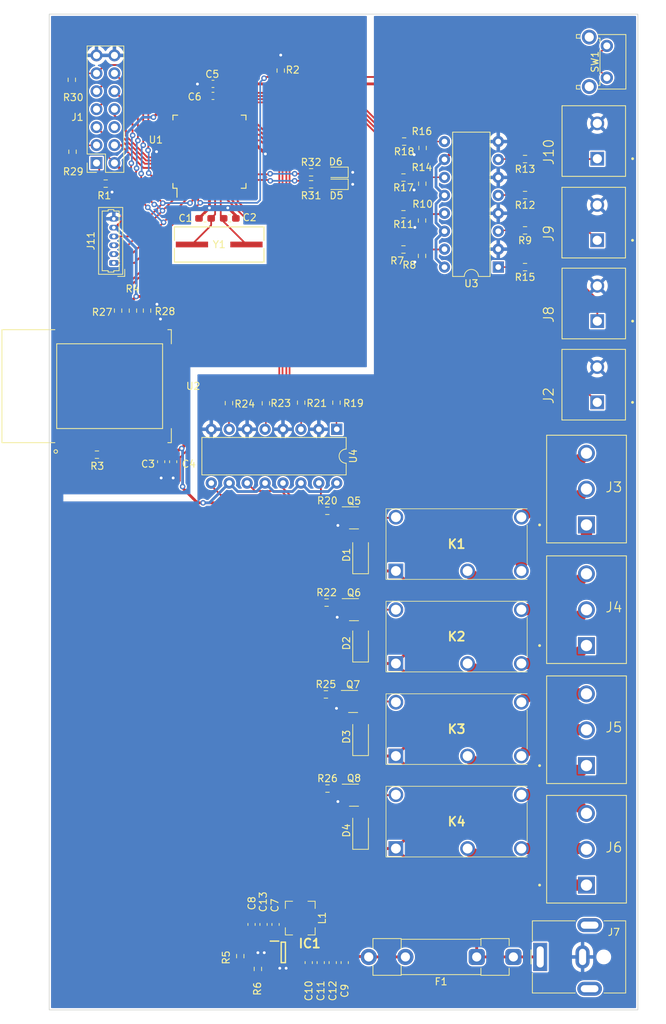
<source format=kicad_pcb>
(kicad_pcb (version 20221018) (generator pcbnew)
  (layers (0 "F.Cu" signal) (31 "B.Cu" signal) (34 "B.Paste" user) (35 "F.Paste" user) (36 "B.SilkS" user "B.Silkscreen") (37 "F.SilkS" user "F.Silkscreen") (38 "B.Mask" user) (39 "F.Mask" user) (44 "Edge.Cuts" user))
  (net 0 "")
  (net 1 "Net-(U1-XTAL2)")
  (net 2 "GND")
  (net 3 "Net-(U1-XTAL1)")
  (net 4 "VDD")
  (net 5 "Net-(IC1-SW)")
  (net 6 "Net-(IC1-CB)")
  (net 7 "Net-(IC1-EN)")
  (net 8 "+24V")
  (net 9 "Net-(D1-A)")
  (net 10 "Net-(D2-A)")
  (net 11 "Net-(D3-A)")
  (net 12 "Net-(D4-A)")
  (net 13 "Net-(D5-A)")
  (net 14 "Net-(D6-A)")
  (net 15 "Net-(IC1-FB)")
  (net 16 "/TRX_CE")
  (net 17 "/AM")
  (net 18 "/MISO")
  (net 19 "/SCK")
  (net 20 "/~{SS}")
  (net 21 "/MOSI")
  (net 22 "/DR")
  (net 23 "/CD")
  (net 24 "/RESET")
  (net 25 "/inputs_outputs/OUT1_COM")
  (net 26 "/inputs_outputs/OUT1_NC")
  (net 27 "/inputs_outputs/OUT1_NO")
  (net 28 "/inputs_outputs/OUT2_COM")
  (net 29 "/inputs_outputs/OUT2_NC")
  (net 30 "/inputs_outputs/OUT2_NO")
  (net 31 "/inputs_outputs/OUT3_COM")
  (net 32 "/inputs_outputs/OUT3_NC")
  (net 33 "/inputs_outputs/OUT3_NO")
  (net 34 "/inputs_outputs/OUT4_COM")
  (net 35 "/inputs_outputs/OUT4_NC")
  (net 36 "/inputs_outputs/OUT4_NO")
  (net 37 "Net-(Q5-B)")
  (net 38 "Net-(Q6-B)")
  (net 39 "Net-(Q7-B)")
  (net 40 "Net-(Q8-B)")
  (net 41 "Net-(U2-EN)")
  (net 42 "Net-(U2-IO15)")
  (net 43 "Net-(R7-Pad1)")
  (net 44 "/IN1")
  (net 45 "/inputs_outputs/IN2_I")
  (net 46 "Net-(R9-Pad2)")
  (net 47 "Net-(R10-Pad1)")
  (net 48 "/IN2")
  (net 49 "/inputs_outputs/IN3_I")
  (net 50 "Net-(R12-Pad2)")
  (net 51 "/inputs_outputs/IN4_I")
  (net 52 "Net-(R13-Pad2)")
  (net 53 "Net-(R14-Pad1)")
  (net 54 "/inputs_outputs/IN1_I")
  (net 55 "Net-(R15-Pad2)")
  (net 56 "Net-(R16-Pad1)")
  (net 57 "/IN3")
  (net 58 "/IN4")
  (net 59 "/OUT1")
  (net 60 "Net-(R19-Pad2)")
  (net 61 "Net-(R20-Pad1)")
  (net 62 "/OUT2")
  (net 63 "Net-(R21-Pad2)")
  (net 64 "Net-(R22-Pad1)")
  (net 65 "/OUT3")
  (net 66 "Net-(R23-Pad2)")
  (net 67 "/OUT4")
  (net 68 "Net-(R24-Pad2)")
  (net 69 "Net-(R25-Pad1)")
  (net 70 "Net-(R26-Pad1)")
  (net 71 "Net-(U2-IO0)")
  (net 72 "Net-(U2-IO2)")
  (net 73 "/STATUS_OK")
  (net 74 "/STATUS_ERROR")
  (net 75 "/RXD")
  (net 76 "/TXD")
  (net 77 "/~{ESP_RESET}")
  (net 103 "Net-(J1-Pin_1)")
  (net 104 "Net-(J1-Pin_3)")
  (footprint "LIB_PE014024:PE014024" (layer "F.Cu") (at 78.22 111.62)
    (fp_text reference "K1")
    (fp_text value "PE014024" hide)
  )
  (footprint "Package_TO_SOT_SMD:SOT-23" (layer "F.Cu") (at 72.1575 130.1)
    (fp_text reference "Q7")
    (fp_text value "MMBT3904")
  )
  (footprint "Resistor_SMD:R_0603_1608Metric_Pad0.98x0.95mm_HandSolder" (layer "F.Cu") (at 32.305 42.07 -90)
    (fp_text reference "R30")
    (fp_text value "10K")
  )
  (footprint "Resistor_SMD:R_0603_1608Metric_Pad0.98x0.95mm_HandSolder" (layer "F.Cu") (at 35.865 95.15 180)
    (fp_text reference "R3")
    (fp_text value "10K")
  )
  (footprint "Resistor_SMD:R_0603_1608Metric_Pad0.98x0.95mm_HandSolder" (layer "F.Cu") (at 79.3925 50.81 180)
    (fp_text reference "R18")
    (fp_text value "470R")
  )
  (footprint "Package_TO_SOT_SMD:SOT-23" (layer "F.Cu") (at 72.2825 117.1)
    (fp_text reference "Q6")
    (fp_text value "MMBT3904")
  )
  (footprint "Package_TO_SOT_SMD:SOT-23" (layer "F.Cu") (at 72.2825 143.37)
    (fp_text reference "Q8")
    (fp_text value "MMBT3904")
  )
  (footprint "Resistor_SMD:R_0603_1608Metric_Pad0.98x0.95mm_HandSolder" (layer "F.Cu") (at 66.205 55.17)
    (fp_text reference "R32")
    (fp_text value "100R")
  )
  (footprint "Diode_SMD:D_MiniMELF" (layer "F.Cu") (at 73.22 148.37 90)
    (fp_text reference "D4")
    (fp_text value "LL4148")
  )
  (footprint "LIB_TB001-500:CUI_TB001-500-P02BE" (layer "F.Cu") (at 106.7475 87.7425 90)
    (fp_text reference "J2")
    (fp_text value "Screw_Terminal_01x02")
  )
  (footprint "Resistor_SMD:R_0603_1608Metric_Pad0.98x0.95mm_HandSolder" (layer "F.Cu") (at 66.205 56.87)
    (fp_text reference "R31")
    (fp_text value "100R")
  )
  (footprint "Diode_SMD:D_MiniMELF" (layer "F.Cu") (at 73.22 109.35 90)
    (fp_text reference "D1")
    (fp_text value "LL4148")
  )
  (footprint "Resistor_SMD:R_0603_1608Metric_Pad0.98x0.95mm_HandSolder" (layer "F.Cu") (at 79.2925 55.91 180)
    (fp_text reference "R17")
    (fp_text value "470R")
  )
  (footprint "Fuse:Fuseholder_Clip-5x20mm_Littelfuse_445-030_Inline_P20.50x5.20mm_D1.30mm_Horizontal" (layer "F.Cu") (at 94.87 166.27 180)
    (fp_text reference "F1")
    (fp_text value "600mA")
  )
  (footprint "Capacitor_SMD:C_0603_1608Metric_Pad1.08x0.95mm_HandSolder" (layer "F.Cu") (at 54.685 61.69)
    (fp_text reference "C2")
    (fp_text value "22pF")
  )
  (footprint "LIB_TB010-508:CUI_TB010-508-03BE" (layer "F.Cu") (at 105.22 105.1 90)
    (fp_text reference "J3")
    (fp_text value "Screw_Terminal_01x03")
  )
  (footprint "Capacitor_SMD:C_0603_1608Metric_Pad1.08x0.95mm_HandSolder" (layer "F.Cu") (at 44.965 96.15 -90)
    (fp_text reference "C3")
    (fp_text value "1uF")
  )
  (footprint "Resistor_SMD:R_0603_1608Metric_Pad0.98x0.95mm_HandSolder" (layer "F.Cu") (at 68.3075 129.1)
    (fp_text reference "R25")
    (fp_text value "470R")
  )
  (footprint "LIB_LMR54406FDBVR:SOT95P280X145-6N" (layer "F.Cu") (at 62.27 165.63)
    (fp_text reference "IC1")
    (fp_text value "LMR54406FDBVR" hide)
  )
  (footprint "Package_TO_SOT_SMD:SOT-23" (layer "F.Cu") (at 72.2825 104.1)
    (fp_text reference "Q5")
    (fp_text value "MMBT3904")
  )
  (footprint "Resistor_SMD:R_0603_1608Metric_Pad0.98x0.95mm_HandSolder" (layer "F.Cu") (at 96.5175 68.59 180)
    (fp_text reference "R15")
    (fp_text value "470R")
  )
  (footprint "LIB_TB010-508:CUI_TB010-508-03BE" (layer "F.Cu") (at 105.22 122.18 90)
    (fp_text reference "J4")
    (fp_text value "Screw_Terminal_01x03")
  )
  (footprint "Diode_SMD:D_MiniMELF" (layer "F.Cu") (at 73.22 135.1 90)
    (fp_text reference "D3")
    (fp_text value "LL4148")
  )
  (footprint "LIB_PE014024:PE014024" (layer "F.Cu") (at 78.22 137.82)
    (fp_text reference "K3")
    (fp_text value "PE014024" hide)
  )
  (footprint "Resistor_SMD:R_0603_1608Metric_Pad0.98x0.95mm_HandSolder" (layer "F.Cu") (at 40.965 74.75 -90)
    (fp_text reference "R28")
    (fp_text value "10K")
  )
  (footprint "Resistor_SMD:R_0603_1608Metric_Pad0.98x0.95mm_HandSolder" (layer "F.Cu") (at 42.965 74.75 90)
    (fp_text reference "R4")
    (fp_text value "10K")
  )
  (footprint "Resistor_SMD:R_0603_1608Metric_Pad0.98x0.95mm_HandSolder" (layer "F.Cu") (at 96.5175 63.39 180)
    (fp_text reference "R9")
    (fp_text value "470R")
  )
  (footprint "Package_DIP:DIP-16_W7.62mm" (layer "F.Cu") (at 92.725 68.59 180)
    (fp_text reference "U3")
    (fp_text value "LTV-844")
  )
  (footprint "Connector_PinSocket_2.54mm:PinSocket_2x07_P2.54mm_Vertical" (layer "F.Cu") (at 35.805 53.85 180)
    (fp_text reference "J1")
    (fp_text value "Conn_02x07_Odd_Even")
  )
  (footprint "LIB_ESP8266-12E_ESP-12E:XCVR_ESP8266-12E_ESP-12E" (layer "F.Cu") (at 37.905 85.45 90)
    (fp_text reference "U2")
    (fp_text value "ESP8266-12E_ESP-12E")
  )
  (footprint "Package_QFP:TQFP-44_10x10mm_P0.8mm" (layer "F.Cu") (at 51.805 52.25 90)
    (fp_text reference "U1")
    (fp_text value "ATmega32A-A")
  )
  (footprint "Inductor_SMD:L_Bourns-SRN4018" (layer "F.Cu") (at 64.67 160.77 90)
    (fp_text reference "L1")
    (fp_text value "12uH")
  )
  (footprint "Resistor_SMD:R_0603_1608Metric_Pad0.98x0.95mm_HandSolder" (layer "F.Cu") (at 79.2925 66.095 180)
    (fp_text reference "R7")
    (fp_text value "470R")
  )
  (footprint "Resistor_SMD:R_0603_1608Metric_Pad0.98x0.95mm_HandSolder" (layer "F.Cu") (at 58.67 167.97 -90)
    (fp_text reference "R6")
    (fp_text value "22K1")
  )
  (footprint "Capacitor_SMD:C_0603_1608Metric_Pad1.08x0.95mm_HandSolder" (layer "F.Cu") (at 51.185 61.69 180)
    (fp_text reference "C1")
    (fp_text value "22pF")
  )
  (footprint "Resistor_SMD:R_0603_1608Metric_Pad0.98x0.95mm_HandSolder" (layer "F.Cu") (at 79.2925 61.11 180)
    (fp_text reference "R11")
    (fp_text value "470R")
  )
  (footprint "Resistor_SMD:R_0603_1608Metric_Pad0.98x0.95mm_HandSolder" (layer "F.Cu") (at 37.105 56.77)
    (fp_text reference "R1")
    (fp_text value "10K")
  )
  (footprint "Resistor_SMD:R_0603_1608Metric_Pad0.98x0.95mm_HandSolder" (layer "F.Cu") (at 68.505 103.1)
    (fp_text reference "R20")
    (fp_text value "470R")
  )
  (footprint "LIB_TB010-508:CUI_TB010-508-03BE" (layer "F.Cu") (at 105.22 139.18 90)
    (fp_text reference "J5")
    (fp_text value "Screw_Terminal_01x03")
  )
  (footprint "Resistor_SMD:R_0603_1608Metric_Pad0.98x0.95mm_HandSolder" (layer "F.Cu") (at 61.905 40.7575 90)
    (fp_text reference "R2")
    (fp_text value "10K")
  )
  (footprint "Resistor_SMD:R_0603_1608Metric_Pad0.98x0.95mm_HandSolder" (layer "F.Cu") (at 81.925 67.0075 -90)
    (fp_text reference "R8")
    (fp_text value "10K")
  )
  (footprint "Capacitor_SMD:C_0603_1608Metric_Pad1.08x0.95mm_HandSolder" (layer "F.Cu") (at 59.47 161.67 -90)
    (fp_text reference "C13")
    (fp_text value "10uF")
  )
  (footprint "Resistor_SMD:R_0603_1608Metric_Pad0.98x0.95mm_HandSolder" (layer "F.Cu") (at 38.865 74.75 -90)
    (fp_text reference "R27")
    (fp_text value "10K")
  )
  (footprint "Resistor_SMD:R_0603_1608Metric_Pad0.98x0.95mm_HandSolder" (layer "F.Cu") (at 32.405 52.2575 -90)
    (fp_text reference "R29")
    (fp_text value "10K")
  )
  (footprint "Package_DIP:DIP-16_W7.62mm" (layer "F.Cu") (at 69.845 91.55 -90)
    (fp_text reference "U4")
    (fp_text value "LTV-844")
  )
  (footprint "Capacitor_SMD:C_0603_1608Metric_Pad1.08x0.95mm_HandSolder" (layer "F.Cu") (at 70.97 167.07 -90)
    (fp_text reference "C9")
    (fp_text value "1uF")
  )
  (footprint "Resistor_SMD:R_0603_1608Metric_Pad0.98x0.95mm_HandSolder" (layer "F.Cu") (at 56.17 166.1575 -90)
    (fp_text reference "R5")
    (fp_text value "69K8")
  )
  (footprint "Capacitor_SMD:C_0603_1608Metric_Pad1.08x0.95mm_HandSolder" (layer "F.Cu") (at 57.77 161.67 -90)
    (fp_text reference "C8")
    (fp_text value "10uF")
  )
  (footprint "LIB_TB001-500:CUI_TB001-500-P02BE" (layer "F.Cu") (at 106.76125 76.2425 90)
    (fp_text reference "J8")
    (fp_text value "Screw_Terminal_01x02")
  )
  (footprint "Resistor_SMD:R_0603_1608Metric_Pad0.98x0.95mm_HandSolder" (layer "F.Cu") (at 81.95875 56.7825 -90)
    (fp_text reference "R14")
    (fp_text value "10K")
  )
  (footprint "Resistor_SMD:R_0603_1608Metric_Pad0.98x0.95mm_HandSolder" (layer "F.Cu") (at 69.8 87.7875 -90)
    (fp_text reference "R19")
    (fp_text value "470R")
  )
  (footprint "LIB_TB001-500:CUI_TB001-500-P02BE" (layer "F.Cu") (at 106.76125 53.2425 90)
    (fp_text reference "J10")
    (fp_text value "Screw_Terminal_01x02")
  )
  (footprint "Resistor_SMD:R_0603_1608Metric_Pad0.98x0.95mm_HandSolder" (layer "F.Cu") (at 96.5175 58.39 180)
    (fp_text reference "R12")
    (fp_text value "470R")
  )
  (footprint "Connector_BarrelJack:BarrelJack_CUI_PJ-063AH_Horizontal" (layer "F.Cu") (at 98.67 166.27 90)
    (fp_text reference "J7")
    (fp_text value "Barrel_Jack")
  )
  (footprint "Capacitor_SMD:C_0603_1608Metric_Pad1.08x0.95mm_HandSolder" (layer "F.Cu") (at 67.57 167.07 -90)
    (fp_text reference "C11")
    (fp_text value "1uF")
  )
  (footprint "LIB_CRYSTAL:XTAL_ABLS2_ABR" (layer "F.Cu") (at 53.185 65.39 180)
    (fp_text reference "Y1")
    (fp_text value "8MHz")
  )
  (footprint "Button_Switch_THT:SW_Tactile_SPST_Angled_PTS645Vx83-2LFS" (layer "F.Cu") (at 108.1075 37.27 -90)
    (fp_text reference "SW1")
    (fp_text value "SW_Push")
  )
  (footprint "Capacitor_SMD:C_0603_1608Metric_Pad1.08x0.95mm_HandSolder" (layer "F.Cu") (at 52.305 44.35 180)
    (fp_text reference "C5")
    (fp_text value "100nF")
  )
  (footprint "LIB_TB010-508:CUI_TB010-508-03BE" (layer "F.Cu") (at 105.22 156.1 90)
    (fp_text reference "J6")
    (fp_text value "Screw_Terminal_01x03")
  )
  (footprint "Connector_Molex:Molex_PicoBlade_53047-0610_1x06_P1.25mm_Vertical" (layer "F.Cu") (at 38.255 68 90)
    (fp_text reference "J11")
    (fp_text value "Conn_01x06")
  )
  (footprint "LED_SMD:LED_0603_1608Metric_Pad1.05x0.95mm_HandSolder" (layer "F.Cu") (at 69.805 56.87 180)
    (fp_text reference "D5")
    (fp_text value "LED")
  )
  (footprint "LIB_PE014024:PE014024" (layer "F.Cu") (at 78.22 150.92)
    (fp_text reference "K4")
    (fp_text value "PE014024" hide)
  )
  (footprint "LIB_TB001-500:CUI_TB001-500-P02BE" (layer "F.Cu") (at 106.7475 64.795 90)
    (fp_text reference "J9")
    (fp_text value "Screw_Terminal_01x02")
  )
  (footprint "Resistor_SMD:R_0603_1608Metric_Pad0.98x0.95mm_HandSolder" (layer "F.Cu") (at 68.53 142.43)
    (fp_text reference "R26")
    (fp_text value "470R")
  )
  (footprint "Resistor_SMD:R_0603_1608Metric_Pad0.98x0.95mm_HandSolder" (layer "F.Cu") (at 82.005 51.7225 -90)
    (fp_text reference "R16")
    (fp_text value "10K")
  )
  (footprint "Diode_SMD:D_MiniMELF" (layer "F.Cu") (at 73.22 121.85 90)
    (fp_text reference "D2")
    (fp_text value "LL4148")
  )
  (footprint "Capacitor_SMD:C_0603_1608Metric_Pad1.08x0.95mm_HandSolder" (layer "F.Cu") (at 61.17 161.67 -90)
    (fp_text reference "C7")
    (fp_text value "100nF")
  )
  (footprint "Resistor_SMD:R_0603_1608Metric_Pad0.98x0.95mm_HandSolder" (layer "F.Cu") (at 64.8 87.7875 -90)
    (fp_text reference "R21")
    (fp_text value "470R")
  )
  (footprint "Capacitor_SMD:C_0603_1608Metric_Pad1.08x0.95mm_HandSolder" (layer "F.Cu") (at 65.87 167.07 -90)
    (fp_text reference "C10")
    (fp_text value "100nF")
  )
  (footprint "Resistor_SMD:R_0603_1608Metric_Pad0.98x0.95mm_HandSolder" (layer "F.Cu") (at 54.57 87.85 -90)
    (fp_text reference "R24")
    (fp_text value "470R")
  )
  (footprint "LED_SMD:LED_0603_1608Metric_Pad1.05x0.95mm_HandSolder" (layer "F.Cu") (at 69.805 55.17 180)
    (fp_text reference "D6")
    (fp_text value "LED")
  )
  (footprint "Resistor_SMD:R_0603_1608Metric_Pad0.98x0.95mm_HandSolder" (layer "F.Cu") (at 81.925 61.995 -90)
    (fp_text reference "R10")
    (fp_text value "10K")
  )
  (footprint "LIB_PE014024:PE014024" (layer "F.Cu") (at 78.22 124.72)
    (fp_text reference "K2")
    (fp_text value "PE014024" hide)
  )
  (footprint "Resistor_SMD:R_0603_1608Metric_Pad0.98x0.95mm_HandSolder" (layer "F.Cu") (at 59.8 87.875 -90)
    (fp_text reference "R23")
    (fp_text value "470R")
  )
  (footprint "Resistor_SMD:R_0603_1608Metric_Pad0.98x0.95mm_HandSolder" (layer "F.Cu") (at 68.405 116.1)
    (fp_text reference "R22")
    (fp_text value "470R")
  )
  (footprint "Capacitor_SMD:C_0603_1608Metric_Pad1.08x0.95mm_HandSolder" (layer "F.Cu") (at 52.305 42.65 180)
    (fp_text reference "C6")
    (fp_text value "4.7uF")
  )
  (footprint "Capacitor_SMD:C_0603_1608Metric_Pad1.08x0.95mm_HandSolder" (layer "F.Cu") (at 46.665 96.15 -90)
    (fp_text reference "C4")
    (fp_text value "4.7uF")
  )
  (footprint "Resistor_SMD:R_0603_1608Metric_Pad0.98x0.95mm_HandSolder" (layer "F.Cu") (at 96.5175 53.29 180)
    (fp_text reference "R13")
    (fp_text value "470R")
  )
  (footprint "Capacitor_SMD:C_0603_1608Metric_Pad1.08x0.95mm_HandSolder" (layer "F.Cu") (at 69.27 167.07 -90)
    (fp_text reference "C12")
    (fp_text value "1uF")
  )
  (gr_rect (start 29.105 32.77) (end 112.505 173.77) (stroke (width 0.1)) (fill none) (layer "Edge.Cuts"))
  (segment (start 52.0475 61.69) (end 52.605 61.1325) (width 0.25) (layer "F.Cu") (net 1))
  (segment (start 52.0475 61.69) (end 52.0475 62.6667) (width 0.25) (layer "F.Cu") (net 1))
  (segment (start 52.0475 62.6667) (end 49.3242 65.39) (width 0.25) (layer "F.Cu") (net 1))
  (segment (start 52.605 61.1325) (end 52.605 57.95) (width 0.25) (layer "F.Cu") (net 1))
  (segment (start 44.905 75.99) (end 44.865 75.95) (width 0.4) (layer "F.Cu") (net 2))
  (segment (start 38.0175 57.9575) (end 38.005 57.97) (width 0.4) (layer "F.Cu") (net 2))
  (segment (start 51.805 44.7125) (end 51.805 46.55) (width 0.4) (layer "F.Cu") (net 2))
  (segment (start 54.405 60.207) (end 54.462 60.207) (width 0.4) (layer "F.Cu") (net 2))
  (segment (start 81.925 62.9075) (end 80.9675 62.9075) (width 0.4) (layer "F.Cu") (net 2))
  (segment (start 69.825 131.05) (end 69.805 131.07) (width 0.4) (layer "F.Cu") (net 2))
  (segment (start 71.345 118.05) (end 70.025 118.05) (width 0.4) (layer "F.Cu") (net 2))
  (segment (start 55.5475 61.2925) (end 55.5475 61.69) (width 0.4) (layer "F.Cu") (net 2))
  (segment (start 51.805 60.2075) (end 51.805 57.95) (width 0.4) (layer "F.Cu") (net 2))
  (segment (start 81.925 67.92) (end 80.955 67.92) (width 0.4) (layer "F.Cu") (net 2))
  (segment (start 58.6095 51.45) (end 57.505 51.45) (width 0.4) (layer "F.Cu") (net 2))
  (segment (start 80.9675 62.9075) (end 80.905 62.97) (width 0.4) (layer "F.Cu") (net 2))
  (segment (start 44.3525 73.8375) (end 44.365 73.85) (width 0.4) (layer "F.Cu") (net 2))
  (segment (start 70.125 105.05) (end 70.005 105.17) (width 0.4) (layer "F.Cu") (net 2))
  (segment (start 70.025 118.05) (end 69.905 118.17) (width 0.4) (layer "F.Cu") (net 2))
  (segment (start 71.345 144.32) (end 70.055 144.32) (width 0.4) (layer "F.Cu") (net 2))
  (segment (start 44.305 52.250268) (end 44.305268 52.25) (width 0.4) (layer "F.Cu") (net 2))
  (segment (start 51.4425 44.35) (end 51.805 44.7125) (width 0.4) (layer "F.Cu") (net 2))
  (segment (start 71.22 131.05) (end 69.825 131.05) (width 0.4) (layer "F.Cu") (net 2))
  (segment (start 70.68 56.87) (end 72.105 56.87) (width 0.4) (layer "F.Cu") (net 2))
  (segment (start 80.84 52.635) (end 80.805 52.67) (width 0.4) (layer "F.Cu") (net 2))
  (segment (start 44.305268 52.25) (end 46.105 52.25) (width 0.4) (layer "F.Cu") (net 2))
  (segment (start 42.965 73.8375) (end 44.3525 73.8375) (width 0.4) (layer "F.Cu") (net 2))
  (segment (start 61.905 39.845) (end 61.905 38.57) (width 0.4) (layer "F.Cu") (net 2))
  (segment (start 44.905 77.95) (end 44.905 75.99) (width 0.4) (layer "F.Cu") (net 2))
  (segment (start 46.665 97.0125) (end 46.665 98.45) (width 0.4) (layer "F.Cu") (net 2))
  (segment (start 70.68 55.17) (end 72.105 55.17) (width 0.4) (layer "F.Cu") (net 2))
  (segment (start 50.125 42.65) (end 50.105 42.67) (width 0.4) (layer "F.Cu") (net 2))
  (segment (start 82.005 52.635) (end 80.84 52.635) (width 0.4) (layer "F.Cu") (net 2))
  (segment (start 44.965 97.0125) (end 44.965 98.45) (width 0.4) (layer "F.Cu") (net 2))
  (segment (start 71.345 105.05) (end 70.125 105.05) (width 0.4) (layer "F.Cu") (net 2))
  (segment (start 59.7295 52.57) (end 58.6095 51.45) (width 0.4) (layer "F.Cu") (net 2))
  (segment (start 51.4425 42.65) (end 51.4425 44.35) (width 0.4) (layer "F.Cu") (net 2))
  (segment (start 81.95875 57.695) (end 80.83 57.695) (width 0.4) (layer "F.Cu") (net 2))
  (segment (start 50.3225 61.69) (end 51.805 60.2075) (width 0.4) (layer "F.Cu") (net 2))
  (segment (start 80.955 67.92) (end 80.905 67.87) (width 0.4) (layer "F.Cu") (net 2))
  (segment (start 38.0175 56.77) (end 38.0175 57.9575) (width 0.4) (layer "F.Cu") (net 2))
  (segment (start 54.462 60.207) (end 55.5475 61.2925) (width 0.4) (layer "F.Cu") (net 2))
  (segment (start 80.83 57.695) (end 80.805 57.67) (width 0.4) (layer "F.Cu") (net 2))
  (segment (start 51.4425 42.65) (end 50.125 42.65) (width 0.4) (layer "F.Cu") (net 2))
  (segment (start 70.055 144.32) (end 70.005 144.27) (width 0.4) (layer "F.Cu") (net 2))
  (via (at 59.57 165.67) (size 0.8) (drill 0.4) (layers "F.Cu" "B.Cu") (net 2))
  (via (at 44.305 52.250268) (size 0.8) (drill 0.4) (layers "F.Cu" "B.Cu") (net 2))
  (via (at 44.965 98.45) (size 0.8) (drill 0.4) (layers "F.Cu" "B.Cu") (net 2))
  (via (at 59.7295 52.57) (size 0.8) (drill 0.4) (layers "F.Cu" "B.Cu") (net 2))
  (via (at 38.005 57.97) (size 0.8) (drill 0.4) (layers "F.Cu" "B.Cu") (net 2))
  (via (at 69.905 118.17) (size 0.8) (drill 0.4) (layers "F.Cu" "B.Cu") (net 2))
  (via (at 70.005 144.27) (size 0.8) (drill 0.4) (layers "F.Cu" "B.Cu") (net 2))
  (via (at 72.105 55.17) (size 0.8) (drill 0.4) (layers "F.Cu" "B.Cu") (net 2))
  (via (at 80.905 62.97) (size 0.8) (drill 0.4) (layers "F.Cu" "B.Cu") (net 2))
  (via (at 61.77 167.87) (size 0.8) (drill 0.4) (layers "F.Cu" "B.Cu") (net 2))
  (via (at 51.805 60.2075) (size 0.8) (drill 0.4) (layers "F.Cu" "B.Cu") (net 2))
  (via (at 80.905 67.87) (size 0.8) (drill 0.4) (layers "F.Cu" "B.Cu") (net 2))
  (via (at 62.67 167.87) (size 0.8) (drill 0.4) (layers "F.Cu" "B.Cu") (net 2))
  (via (at 70.005 105.17) (size 0.8) (drill 0.4) (layers "F.Cu" "B.Cu") (net 2))
  (via (at 69.805 131.07) (size 0.8) (drill 0.4) (layers "F.Cu" "B.Cu") (net 2))
  (via (at 61.905 38.57) (size 0.8) (drill 0.4) (layers "F.Cu" "B.Cu") (net 2))
  (via (at 80.805 52.67) (size 0.8) (drill 0.4) (layers "F.Cu" "B.Cu") (net 2))
  (via (at 44.865 75.95) (size 0.8) (drill 0.4) (layers "F.Cu" "B.Cu") (net 2))
  (via (at 46.665 98.45) (size 0.8) (drill 0.4) (layers "F.Cu" "B.Cu") (net 2))
  (via (at 80.805 57.67) (size 0.8) (drill 0.4) (layers "F.Cu" "B.Cu") (net 2))
  (via (at 72.105 56.87) (size 0.8) (drill 0.4) (layers "F.Cu" "B.Cu") (net 2))
  (via (at 54.405 60.207) (size 0.8) (drill 0.4) (layers "F.Cu" "B.Cu") (net 2))
  (via (at 50.105 42.67) (size 0.8) (drill 0.4) (layers "F.Cu" "B.Cu") (net 2))
  (via (at 44.365 73.85) (size 0.8) (drill 0.4) (layers "F.Cu" "B.Cu") (net 2))
  (via (at 58.67 165.67) (size 0.8) (drill 0.4) (layers "F.Cu" "B.Cu") (net 2))
  (segment (start 53.8225 62.1667) (end 57.0458 65.39) (width 0.25) (layer "F.Cu") (net 3))
  (segment (start 53.8225 61.69) (end 53.405 61.2725) (width 0.25) (layer "F.Cu") (net 3))
  (segment (start 53.405 61.2725) (end 53.405 57.95) (width 0.25) (layer "F.Cu") (net 3))
  (segment (start 53.8225 61.69) (end 53.8225 62.1667) (width 0.25) (layer "F.Cu") (net 3))
  (segment (start 64.67 159.245) (end 65.505 158.41) (width 0.4) (layer "F.Cu") (net 4))
  (segment (start 51.645 51.37) (end 52.525 52.25) (width 0.4) (layer "F.Cu") (net 4))
  (segment (start 31.63 43.6575) (end 32.305 42.9825) (width 0.2) (layer "F.Cu") (net 4))
  (segment (start 52.605 46.55) (end 52.605 52.17) (width 0.4) (layer "F.Cu") (net 4))
  (segment (start 52.605 52.17) (end 52.525 52.25) (width 0.4) (layer "F.Cu") (net 4))
  (segment (start 50.925 51.45) (end 46.105 51.45) (width 0.4) (layer "F.Cu") (net 4))
  (segment (start 44.405 72.75) (end 41.425 72.75) (width 0.4) (layer "F.Cu") (net 4))
  (segment (start 53.1675 42.65) (end 52.2925 41.775) (width 0.4) (layer "F.Cu") (net 4))
  (segment (start 79.805 42.67) (end 86.305 49.17) (width 0.4) (layer "F.Cu") (net 4))
  (segment (start 53.1675 42.65) (end 53.1675 44.35) (width 0.4) (layer "F.Cu") (net 4))
  (segment (start 46.665 95.2875) (end 47.682549 94.269951) (width 0.4) (layer "F.Cu") (net 4))
  (segment (start 36.7775 95.15) (end 44.8275 95.15) (width 0.2) (layer "F.Cu") (net 4))
  (segment (start 53.1675 44.35) (end 52.605 44.9125) (width 0.4) (layer "F.Cu") (net 4))
  (segment (start 32.405 53.17) (end 32.875 52.7) (width 0.2) (layer "F.Cu") (net 4))
  (segment (start 48.18 93.970402) (end 48.18 76.525) (width 0.4) (layer "F.Cu") (net 4))
  (segment (start 62.289746 101.97) (end 50.905 101.97) (width 0.4) (layer "F.Cu") (net 4))
  (segment (start 65.505 105.185254) (end 62.289746 101.97) (width 0.4) (layer "F.Cu") (net 4))
  (segment (start 39.405 54.91) (end 38.345 53.85) (width 0.4) (layer "F.Cu") (net 4))
  (segment (start 38.865 73.8375) (end 40.965 73.8375) (width 0.2) (layer "F.Cu") (net 4))
  (segment (start 51.005 51.37) (end 51.645 51.37) (width 0.4) (layer "F.Cu") (net 4))
  (segment (start 38.255 63) (end 38.505 63) (width 0.4) (layer "F.Cu") (net 4))
  (segment (start 39.405 62.1) (end 39.405 54.91) (width 0.4) (layer "F.Cu") (net 4))
  (segment (start 86.305 49.17) (end 86.305 52.15) (width 0.4) (layer "F.Cu") (net 4))
  (segment (start 44.905 92.95) (end 44.905 95.2275) (width 0.4) (layer "F.Cu") (net 4))
  (segment (start 32.875 52.7) (end 37.195 52.7) (width 0.2) (layer "F.Cu") (net 4))
  (segment (start 32.405 53.17) (end 31.63 52.395) (width 0.2) (layer "F.Cu") (net 4))
  (segment (start 51.005 57.95) (end 51.005 51.37) (width 0.4) (layer "F.Cu") (net 4))
  (segment (start 49.467825 41.775) (end 43.872825 47.37) (width 0.4) (layer "F.Cu") (net 4))
  (segment (start 44.905 95.2275) (end 44.965 95.2875) (width 0.4) (layer "F.Cu") (net 4))
  (segment (start 51.005 51.37) (end 50.925 51.45) (width 0.4) (layer "F.Cu") (net 4))
  (segment (start 38.505 63) (end 39.405 62.1) (width 0.4) (layer "F.Cu") (net 4))
  (segment (start 41.425 72.75) (end 40.965 73.21) (width 0.4) (layer "F.Cu") (net 4))
  (segment (start 46.665 95.2875) (end 44.965 95.2875) (width 0.4) (layer "F.Cu") (net 4))
  (segment (start 50.105 101.97) (end 50.905 101.97) (width 0.4) (layer "F.Cu") (net 4))
  (segment (start 86.305 52.15) (end 85.105 53.35) (width 0.4) (layer "F.Cu") (net 4))
  (segment (start 48.005 99.67) (end 48.005 99.87) (width 0.4) (layer "F.Cu") (net 4))
  (segment (start 99.579999 40.895001) (end 107.232501 40.895001) (width 0.2) (layer "F.Cu") (net 4))
  (segment (start 48.005 99.87) (end 50.105 101.97) (width 0.4) (layer "F.Cu") (net 4))
  (segment (start 79.805 42.67) (end 97.805 42.67) (width 0.2) (layer "F.Cu") (net 4))
  (segment (start 56.17 165.245) (end 56.17 162.4075) (width 0.4) (layer "F.Cu") (net 4))
  (segment (start 79.805 42.67) (end 79.785 42.65) (width 0.4) (layer "F.Cu") (net 4))
  (segment (start 37.195 52.7) (end 38.345 53.85) (width 0.2) (layer "F.Cu") (net 4))
  (segment (start 44.8275 95.15) (end 44.965 95.2875) (width 0.2) (layer "F.Cu") (net 4))
  (segment (start 40.965 73.21) (end 40.965 73.8375) (width 0.4) (layer "F.Cu") (net 4))
  (segment (start 47.682549 94.269951) (end 47.880451 94.269951) (width 0.4) (layer "F.Cu") (net 4))
  (segment (start 52.525 52.25) (end 57.505 52.25) (width 0.4) (layer "F.Cu") (net 4))
  (segment (start 47.880451 94.269951) (end 48.18 93.970402) (width 0.4) (layer "F.Cu") (net 4))
  (segment (start 97.805 42.67) (end 99.579999 40.895001) (width 0.2) (layer "F.Cu") (net 4))
  (segment (start 56.17 162.4075) (end 57.77 160.8075) (width 0.4) (layer "F.Cu") (net 4))
  (segment (start 65.505 158.41) (end 65.505 105.185254) (width 0.4) (layer "F.Cu") (net 4))
  (segment (start 79.785 42.65) (end 53.1675 42.65) (width 0.4) (layer "F.Cu") (net 4))
  (segment (start 52.605 44.9125) (end 52.605 46.55) (width 0.4) (layer "F.Cu") (net 4))
  (segment (start 52.2925 41.775) (end 49.467825 41.775) (width 0.4) (layer "F.Cu") (net 4))
  (segment (start 107.232501 40.895001) (end 108.1075 41.77) (width 0.2) (layer "F.Cu") (net 4))
  (segment (start 48.18 76.525) (end 44.405 72.75) (width 0.4) (layer "F.Cu") (net 4))
  (segment (start 31.63 52.395) (end 31.63 43.6575) (width 0.2) (layer "F.Cu") (net 4))
  (via (at 41.425 72.75) (size 0.8) (drill 0.4) (layers "F.Cu" "B.Cu") (net 4))
  (via (at 43.872825 47.37) (size 0.8) (drill 0.4) (layers "F.Cu" "B.Cu") (net 4))
  (via (at 50.905 101.97) (size 0.8) (drill 0.4) (layers "F.Cu" "B.Cu") (net 4))
  (via (at 48.005 99.67) (size 0.8) (drill 0.4) (layers "F.Cu" "B.Cu") (net 4))
  (via (at 47.880451 94.269951) (size 0.8) (drill 0.4) (layers "F.Cu" "B.Cu") (net 4))
  (segment (start 60.885 100.37) (end 63.565 100.37) (width 0.4) (layer "B.Cu") (net 4))
  (segment (start 48.005 94.3945) (end 48.005 99.67) (width 0.4) (layer "B.Cu") (net 4))
  (segment (start 85.105 63.51) (end 83.905 62.31) (width 0.4) (layer "B.Cu") (net 4))
  (segment (start 65.965 100.37) (end 68.645 100.37) (width 0.4) (layer "B.Cu") (net 4))
  (segment (start 41.425 72.75) (end 41.425 65.92) (width 0.4) (layer "B.Cu") (net 4))
  (segment (start 50.905 101.97) (end 51.805 101.97) (width 0.4) (layer "B.Cu") (net 4))
  (segment (start 41.425 65.92) (end 38.505 63) (width 0.4) (layer "B.Cu") (net 4))
  (segment (start 42.353629 47.37) (end 43.872825 47.37) (width 0.4) (layer "B.Cu") (net 4))
  (segment (start 40.124546 52.070454) (end 40.124546 49.599083) (width 0.4) (layer "B.Cu") (net 4))
  (segment (start 64.765 99.17) (end 65.965 100.37) (width 0.4) (layer "B.Cu") (net 4))
  (segment (start 85.105 58.43) (end 83.905 57.23) (width 0.4) (layer "B.Cu") (net 4))
  (segment (start 54.605 99.17) (end 55.805 100.37) (width 0.4) (layer "B.Cu") (net 4))
  (segment (start 59.685 99.17) (end 60.885 100.37) (width 0.4) (layer "B.Cu") (net 4))
  (segment (start 83.905 64.71) (end 85.105 63.51) (width 0.4) (layer "B.Cu") (net 4))
  (segment (start 83.905 59.63) (end 85.105 58.43) (width 0.4) (layer "B.Cu") (net 4))
  (segment (start 68.645 100.37) (end 69.845 99.17) (width 0.4) (layer "B.Cu") (net 4))
  (segment (start 85.105 68.59) (end 83.905 67.39) (width 0.4) (layer "B.Cu") (net 4))
  (segment (start 38.505 63) (end 38.255 63) (width 0.4) (layer "B.Cu") (net 4))
  (segment (start 63.565 100.37) (end 64.765 99.17) (width 0.4) (layer "B.Cu") (net 4))
  (segment (start 40.124546 49.599083) (end 42.353629 47.37) (width 0.4) (layer "B.Cu") (net 4))
  (segment (start 83.905 67.39) (end 83.905 64.71) (width 0.4) (layer "B.Cu") (net 4))
  (segment (start 83.905 62.31) (end 83.905 59.63) (width 0.4) (layer "B.Cu") (net 4))
  (segment (start 83.905 54.55) (end 85.105 53.35) (width 0.4) (layer "B.Cu") (net 4))
  (segment (start 55.805 100.37) (end 58.485 100.37) (width 0.4) (layer "B.Cu") (net 4))
  (segment (start 47.880451 94.269951) (end 48.005 94.3945) (width 0.4) (layer "B.Cu") (net 4))
  (segment (start 38.345 53.85) (end 40.124546 52.070454) (width 0.4) (layer "B.Cu") (net 4))
  (segment (start 51.805 101.97) (end 54.605 99.17) (width 0.4) (layer "B.Cu") (net 4))
  (segment (start 58.485 100.37) (end 59.685 99.17) (width 0.4) (layer "B.Cu") (net 4))
  (segment (start 83.905 57.23) (end 83.905 54.55) (width 0.4) (layer "B.Cu") (net 4))
  (segment (start 61.02 164.68) (end 61.02 162.6825) (width 0.25) (layer "F.Cu") (net 6))
  (segment (start 61.02 162.6825) (end 61.17 162.5325) (width 0.25) (layer "F.Cu") (net 6))
  (segment (start 70.97 166.2075) (end 74.3075 166.2075) (width 0.4) (layer "F.Cu") (net 7))
  (segment (start 65.87 166.2075) (end 63.8925 166.2075) (width 0.25) (layer "F.Cu") (net 7))
  (segment (start 74.3075 166.2075) (end 74.37 166.27) (width 0.4) (layer "F.Cu") (net 7))
  (segment (start 63.8925 166.2075) (end 63.52 166.58) (width 0.25) (layer "F.Cu") (net 7))
  (segment (start 71.0325 166.27) (end 70.97 166.2075) (width 0.4) (layer "F.Cu") (net 7))
  (segment (start 79.57 166.27) (end 74.37 166.27) (width 0.4) (layer "F.Cu") (net 7))
  (segment (start 74.19 137.82) (end 73.22 136.85) (width 0.4) (layer "F.Cu") (net 8))
  (segment (start 89.67 166.27) (end 89.67 162.37) (width 0.4) (layer "F.Cu") (net 8))
  (segment (start 79.67 113.07) (end 79.67 123.27) (width 0.4) (layer "F.Cu") (net 8))
  (segment (start 79.67 149.47) (end 78.22 150.92) (width 0.4) (layer "F.Cu") (net 8))
  (segment (start 78.22 137.82) (end 74.19 137.82) (width 0.4) (layer "F.Cu") (net 8))
  (segment (start 79.67 136.37) (end 78.22 137.82) (width 0.4) (layer "F.Cu") (net 8))
  (segment (start 89.67 162.37) (end 78.22 150.92) (width 0.4) (layer "F.Cu") (net 8))
  (segment (start 78.22 111.62) (end 73.74 111.62) (width 0.4) (layer "F.Cu") (net 8))
  (segment (start 78.22 150.92) (end 74.02 150.92) (width 0.4) (layer "F.Cu") (net 8))
  (segment (start 73.74 111.62) (end 73.22 111.1) (width 0.4) (layer "F.Cu") (net 8))
  (segment (start 79.67 139.27) (end 79.67 149.47) (width 0.4) (layer "F.Cu") (net 8))
  (segment (start 79.67 123.27) (end 78.22 124.72) (width 0.4) (layer "F.Cu") (net 8))
  (segment (start 79.67 126.17) (end 79.67 136.37) (width 0.4) (layer "F.Cu") (net 8))
  (segment (start 78.22 124.72) (end 79.67 126.17) (width 0.4) (layer "F.Cu") (net 8))
  (segment (start 98.67 166.27) (end 94.87 166.27) (width 0.4) (layer "F.Cu") (net 8))
  (segment (start 78.22 124.72) (end 74.34 124.72) (width 0.4) (layer "F.Cu") (net 8))
  (segment (start 74.34 124.72) (end 73.22 123.6) (width 0.4) (layer "F.Cu") (net 8))
  (segment (start 74.02 150.92) (end 73.22 150.12) (width 0.4) (layer "F.Cu") (net 8))
  (segment (start 78.22 137.82) (end 79.67 139.27) (width 0.4) (layer "F.Cu") (net 8))
  (segment (start 78.22 111.62) (end 79.67 113.07) (width 0.4) (layer "F.Cu") (net 8))
  (segment (start 89.67 166.27) (end 94.87 166.27) (width 0.4) (layer "F.Cu") (net 8))
  (segment (start 78.12 104.1) (end 78.22 104) (width 0.25) (layer "F.Cu") (net 9))
  (segment (start 73.22 104.1) (end 78.12 104.1) (width 0.25) (layer "F.Cu") (net 9))
  (segment (start 73.22 107.6) (end 73.22 104.1) (width 0.25) (layer "F.Cu") (net 9))
  (segment (start 73.22 120.1) (end 73.22 117.1) (width 0.25) (layer "F.Cu") (net 10))
  (segment (start 73.22 117.1) (end 78.22 117.1) (width 0.25) (layer "F.Cu") (net 10))
  (segment (start 73.22 130.225) (end 73.095 130.1) (width 0.25) (layer "F.Cu") (net 11))
  (segment (start 73.22 133.35) (end 73.22 130.225) (width 0.25) (layer "F.Cu") (net 11))
  (segment (start 73.095 130.1) (end 78.12 130.1) (width 0.25) (layer "F.Cu") (net 11))
  (segment (start 78.12 130.1) (end 78.22 130.2) (width 0.25) (layer "F.Cu") (net 11))
  (segment (start 73.22 143.37) (end 78.15 143.37) (width 0.25) (layer "F.Cu") (net 12))
  (segment (start 78.15 143.37) (end 78.22 143.3) (width 0.25) (layer "F.Cu") (net 12))
  (segment (start 73.22 146.62) (end 73.22 143.37) (width 0.25) (layer "F.Cu") (net 12))
  (segment (start 67.1175 56.87) (end 68.93 56.87) (width 0.25) (layer "F.Cu") (net 13))
  (segment (start 68.93 55.17) (end 67.1175 55.17) (width 0.25) (layer "F.Cu") (net 14))
  (segment (start 56.1825 167.0575) (end 56.17 167.07) (width 0.25) (layer "F.Cu") (net 15))
  (segment (start 59.1475 166.58) (end 58.67 167.0575) (width 0.25) (layer "F.Cu") (net 15))
  (segment (start 58.67 167.0575) (end 56.1825 167.0575) (width 0.25) (layer "F.Cu") (net 15))
  (segment (start 61.02 166.58) (end 59.1475 166.58) (width 0.25) (layer "F.Cu") (net 15))
  (segment (start 46.105 55.45) (end 45.393604 55.45) (width 0.25) (layer "F.Cu") (net 16))
  (segment (start 39.370305 51.455382) (end 39.370305 51.31) (width 0.25) (layer "F.Cu") (net 16))
  (segment (start 39.370305 51.31) (end 38.345 51.31) (width 0.25) (layer "F.Cu") (net 16))
  (segment (start 42.464923 54.55) (end 39.370305 51.455382) (width 0.25) (layer "F.Cu") (net 16))
  (segment (start 45.393604 55.45) (end 44.493604 54.55) (width 0.25) (layer "F.Cu") (net 16))
  (segment (start 44.493604 54.55) (end 42.464923 54.55) (width 0.25) (layer "F.Cu") (net 16))
  (segment (start 39.52 48.283299) (end 38.345 47.108299) (width 0.25) (layer "F.Cu") (net 17))
  (segment (start 45.38 53.85) (end 45.03 53.5) (width 0.25) (layer "F.Cu") (net 17))
  (segment (start 46.105 53.85) (end 45.38 53.85) (width 0.25) (layer "F.Cu") (net 17))
  (segment (start 39.52 50.186903) (end 39.52 48.283299) (width 0.25) (layer "F.Cu") (net 17))
  (segment (start 38.345 47.108299) (end 38.345 46.23) (width 0.25) (layer "F.Cu") (net 17))
  (segment (start 42.833097 53.5) (end 39.52 50.186903) (width 0.25) (layer "F.Cu") (net 17))
  (segment (start 45.03 53.5) (end 42.833097 53.5) (width 0.25) (layer "F.Cu") (net 17))
  (segment (start 48.605 58.948689) (end 48.605 57.95) (width 0.25) (layer "F.Cu") (net 18))
  (segment (start 40.805 66.75) (end 45.305 62.25) (width 0.25) (layer "F.Cu") (net 18))
  (segment (start 40.705 53.909516) (end 40.705 57.770993) (width 0.25) (layer "F.Cu") (net 18))
  (segment (start 40.734758 53.879758) (end 40.705 53.909516) (width 0.25) (layer "F.Cu") (net 18))
  (segment (start 38.255 66.75) (end 40.805 66.75) (width 0.25) (layer "F.Cu") (net 18))
  (segment (start 45.305 62.248689) (end 48.605 58.948689) (width 0.25) (layer "F.Cu") (net 18))
  (segment (start 40.924546 49.930454) (end 40.905 49.910908) (width 0.25) (layer "F.Cu") (net 18))
  (segment (start 40.905 46.25) (end 38.345 43.69) (width 0.25) (layer "F.Cu") (net 18))
  (segment (start 40.905 49.910908) (end 40.905 46.25) (width 0.25) (layer "F.Cu") (net 18))
  (segment (start 40.705 57.770993) (end 43.072089 60.138082) (width 0.25) (layer "F.Cu") (net 18))
  (segment (start 45.305 62.25) (end 45.305 62.248689) (width 0.25) (layer "F.Cu") (net 18))
  (via (at 40.734758 53.879758) (size 0.8) (drill 0.4) (layers "F.Cu" "B.Cu") (net 18))
  (via (at 43.072089 60.138082) (size 0.8) (drill 0.4) (layers "F.Cu" "B.Cu") (net 18))
  (via (at 45.305 62.25) (size 0.8) (drill 0.4) (layers "F.Cu" "B.Cu") (net 18))
  (via (at 40.924546 49.930454) (size 0.8) (drill 0.4) (layers "F.Cu" "B.Cu") (net 18))
  (segment (start 45.184007 62.25) (end 43.072089 60.138082) (width 0.25) (layer "B.Cu") (net 18))
  (segment (start 40.805 50.05) (end 40.924546 49.930454) (width 0.25) (layer "B.Cu") (net 18))
  (segment (start 40.805 53.809516) (end 40.805 50.05) (width 0.25) (layer "B.Cu") (net 18))
  (segment (start 40.734758 53.879758) (end 40.805 53.809516) (width 0.25) (layer "B.Cu") (net 18))
  (segment (start 45.305 62.25) (end 45.184007 62.25) (width 0.25) (layer "B.Cu") (net 18))
  (segment (start 40.480402 64.25) (end 45.192701 59.537701) (width 0.25) (layer "F.Cu") (net 19))
  (segment (start 38.255 64.25) (end 40.480402 64.25) (width 0.25) (layer "F.Cu") (net 19))
  (segment (start 42.423325 51.324161) (end 42.423325 45.228325) (width 0.25) (layer "F.Cu") (net 19))
  (segment (start 49.405 59.173994) (end 49.053494 59.5255) (width 0.25) (layer "F.Cu") (net 19))
  (segment (start 49.405 57.95) (end 49.405 59.173994) (width 0.25) (layer "F.Cu") (net 19))
  (segment (start 42.423325 45.228325) (end 38.345 41.15) (width 0.25) (layer "F.Cu") (net 19))
  (segment (start 42.133252 56.478252) (end 45.192701 59.537701) (width 0.25) (layer "F.Cu") (net 19))
  (segment (start 42.133252 55.35) (end 42.133252 56.478252) (width 0.25) (layer "F.Cu") (net 19))
  (via (at 45.192701 59.537701) (size 0.8) (drill 0.4) (layers "F.Cu" "B.Cu") (net 19))
  (via (at 49.053494 59.5255) (size 0.8) (drill 0.4) (layers "F.Cu" "B.Cu") (net 19))
  (via (at 42.423325 51.324161) (size 0.8) (drill 0.4) (layers "F.Cu" "B.Cu") (net 19))
  (via (at 42.133252 55.35) (size 0.8) (drill 0.4) (layers "F.Cu" "B.Cu") (net 19))
  (segment (start 42.133252 55.35) (end 42.205 55.278252) (width 0.25) (layer "B.Cu") (net 19))
  (segment (start 45.204902 59.5255) (end 45.192701 59.537701) (width 0.25) (layer "B.Cu") (net 19))
  (segment (start 49.053494 59.5255) (end 45.204902 59.5255) (width 0.25) (layer "B.Cu") (net 19))
  (segment (start 42.205 55.278252) (end 42.205 51.542486) (width 0.25) (layer "B.Cu") (net 19))
  (segment (start 42.205 51.542486) (end 42.423325 51.324161) (width 0.25) (layer "B.Cu") (net 19))
  (segment (start 43.107567 52.052734) (end 43.107567 51.665224) (width 0.25) (layer "F.Cu") (net 20))
  (segment (start 35.7975 41.1575) (end 35.805 41.15) (width 0.2) (layer "F.Cu") (net 20))
  (segment (start 44.176578 56.25) (end 46.105 56.25) (width 0.25) (layer "F.Cu") (net 20))
  (segment (start 43.148325 51.624466) (end 43.148325 44.291624) (width 0.25) (layer "F.Cu") (net 20))
  (segment (start 43.107567 51.665224) (end 43.148325 51.624466) (width 0.25) (layer "F.Cu") (net 20))
  (segment (start 43.201078 55.2745) (end 44.176578 56.25) (width 0.25) (layer "F.Cu") (net 20))
  (segment (start 36.98 39.975) (end 35.805 41.15) (width 0.25) (layer "F.Cu") (net 20))
  (segment (start 38.831701 39.975) (end 36.98 39.975) (width 0.25) (layer "F.Cu") (net 20))
  (segment (start 43.148325 44.291624) (end 38.831701 39.975) (width 0.25) (layer "F.Cu") (net 20))
  (segment (start 32.305 41.1575) (end 35.7975 41.1575) (width 0.2) (layer "F.Cu") (net 20))
  (via (at 43.201078 55.2745) (size 0.8) (drill 0.4) (layers "F.Cu" "B.Cu") (net 20))
  (via (at 43.107567 52.052734) (size 0.8) (drill 0.4) (layers "F.Cu" "B.Cu") (net 20))
  (segment (start 43.201078 55.2745) (end 43.201078 52.146245) (width 0.25) (layer "B.Cu") (net 20))
  (segment (start 43.201078 52.146245) (end 43.107567 52.052734) (width 0.25) (layer "B.Cu") (net 20))
  (segment (start 41.408252 57.150477) (end 43.981789 59.724014) (width 0.25) (layer "F.Cu") (net 21))
  (segment (start 41.66599 45.349289) (end 38.831701 42.515) (width 0.25) (layer "F.Cu") (net 21))
  (segment (start 41.408252 55.049695) (end 41.408252 57.150477) (width 0.25) (layer "F.Cu") (net 21))
  (segment (start 40.255 65.5) (end 45.155 60.6) (width 0.25) (layer "F.Cu") (net 21))
  (segment (start 41.4805 54.977447) (end 41.408252 55.049695) (width 0.25) (layer "F.Cu") (net 21))
  (segment (start 41.4805 54.590882) (end 41.4805 54.977447) (width 0.25) (layer "F.Cu") (net 21))
  (segment (start 36.98 42.515) (end 35.805 43.69) (width 0.25) (layer "F.Cu") (net 21))
  (segment (start 45.155 60.6) (end 47.805 57.95) (width 0.25) (layer "F.Cu") (net 21))
  (segment (start 38.255 65.5) (end 40.255 65.5) (width 0.25) (layer "F.Cu") (net 21))
  (segment (start 38.831701 42.515) (end 36.98 42.515) (width 0.25) (layer "F.Cu") (net 21))
  (segment (start 41.66599 50.671897) (end 41.66599 45.349289) (width 0.25) (layer "F.Cu") (net 21))
  (via (at 41.66599 50.671897) (size 0.8) (drill 0.4) (layers "F.Cu" "B.Cu") (net 21))
  (via (at 43.981789 59.724014) (size 0.8) (drill 0.4) (layers "F.Cu" "B.Cu") (net 21))
  (via (at 41.4805 54.590882) (size 0.8) (drill 0.4) (layers "F.Cu" "B.Cu") (net 21))
  (via (at 45.155 60.6) (size 0.8) (drill 0.4) (layers "F.Cu" "B.Cu") (net 21))
  (segment (start 43.981789 59.724014) (end 44.279014 59.724014) (width 0.25) (layer "B.Cu") (net 21))
  (segment (start 41.505 54.566382) (end 41.505 50.832887) (width 0.25) (layer "B.Cu") (net 21))
  (segment (start 41.505 50.832887) (end 41.66599 50.671897) (width 0.25) (layer "B.Cu") (net 21))
  (segment (start 41.4805 54.590882) (end 41.505 54.566382) (width 0.25) (layer "B.Cu") (net 21))
  (segment (start 44.279014 59.724014) (end 45.155 60.6) (width 0.25) (layer "B.Cu") (net 21))
  (segment (start 38.831701 45.055) (end 36.98 45.055) (width 0.25) (layer "F.Cu") (net 22))
  (segment (start 43.019493 53.05) (end 39.97 50.000507) (width 0.25) (layer "F.Cu") (net 22))
  (segment (start 39.52 47.646903) (end 39.52 45.743299) (width 0.25) (layer "F.Cu") (net 22))
  (segment (start 46.105 53.05) (end 43.019493 53.05) (width 0.25) (layer "F.Cu") (net 22))
  (segment (start 39.97 50.000507) (end 39.97 48.096903) (width 0.25) (layer "F.Cu") (net 22))
  (segment (start 39.52 45.743299) (end 38.831701 45.055) (width 0.25) (layer "F.Cu") (net 22))
  (segment (start 36.98 45.055) (end 35.805 46.23) (width 0.25) (layer "F.Cu") (net 22))
  (segment (start 39.97 48.096903) (end 39.52 47.646903) (width 0.25) (layer "F.Cu") (net 22))
  (segment (start 46.105 54.65) (end 45.23 54.65) (width 0.25) (layer "F.Cu") (net 23))
  (segment (start 38.746701 50.05) (end 37.085 50.05) (width 0.25) (layer "F.Cu") (net 23))
  (segment (start 42.646701 53.95) (end 38.746701 50.05) (width 0.25) (layer "F.Cu") (net 23))
  (segment (start 37.085 50.05) (end 35.805 48.77) (width 0.25) (layer "F.Cu") (net 23))
  (segment (start 45.23 54.65) (end 44.53 53.95) (width 0.25) (layer "F.Cu") (net 23))
  (segment (start 44.53 53.95) (end 42.646701 53.95) (width 0.25) (layer "F.Cu") (net 23))
  (segment (start 98.20396 41.67) (end 99.403959 40.470001) (width 0.25) (layer "F.Cu") (net 24))
  (segment (start 104.907499 40.470001) (end 108.1075 37.27) (width 0.25) (layer "F.Cu") (net 24))
  (segment (start 50.505 59.4825) (end 50.205 59.1825) (width 0.25) (layer "F.Cu") (net 24))
  (segment (start 61.905 41.67) (end 59.725748 41.67) (width 0.25) (layer "F.Cu") (net 24))
  (segment (start 61.905 41.67) (end 98.20396 41.67) (width 0.25) (layer "F.Cu") (net 24))
  (segment (start 49.7375 60.25) (end 48.905 60.25) (width 0.25) (layer "F.Cu") (net 24))
  (segment (start 48.905 60.25) (end 41.155 68) (width 0.25) (layer "F.Cu") (net 24))
  (segment (start 99.403959 40.470001) (end 104.907499 40.470001) (width 0.25) (layer "F.Cu") (net 24))
  (segment (start 41.155 68) (end 38.255 68) (width 0.25) (layer "F.Cu") (net 24))
  (segment (start 59.725748 41.67) (end 59.545248 41.8505) (width 0.25) (layer "F.Cu") (net 24))
  (segment (start 50.205 59.1825) (end 50.205 57.95) (width 0.25) (layer "F.Cu") (net 24))
  (segment (start 50.505 59.4825) (end 49.7375 60.25) (width 0.25) (layer "F.Cu") (net 24))
  (via (at 50.505 59.4825) (size 0.8) (drill 0.4) (layers "F.Cu" "B.Cu") (net 24))
  (via (at 59.545248 41.8505) (size 0.8) (drill 0.4) (layers "F.Cu" "B.Cu") (net 24))
  (segment (start 50.505 59.4825) (end 57.03489 59.4825) (width 0.25) (layer "B.Cu") (net 24))
  (segment (start 57.03489 59.4825) (end 58.5925 59.4825) (width 0.25) (layer "B.Cu") (net 24))
  (segment (start 59.005 59.07) (end 59.005 42.390748) (width 0.25) (layer "B.Cu") (net 24))
  (segment (start 59.005 42.390748) (end 59.545248 41.8505) (width 0.25) (layer "B.Cu") (net 24))
  (segment (start 58.5925 59.4825) (end 59.005 59.07) (width 0.25) (layer "B.Cu") (net 24))
  (segment (start 105.22 107.9) (end 99.02 114.1) (width 1.6) (layer "F.Cu") (net 25))
  (segment (start 99.02 114.1) (end 90.86 114.1) (width 1.6) (layer "F.Cu") (net 25))
  (segment (start 105.22 105.1) (end 105.22 107.9) (width 1.6) (layer "F.Cu") (net 25))
  (segment (start 90.86 114.1) (end 88.38 111.62) (width 1.6) (layer "F.Cu") (net 25))
  (segment (start 96 104) (end 96.16 104) (width 1.6) (layer "F.Cu") (net 26))
  (segment (start 96.16 104) (end 105.22 94.94) (width 1.6) (layer "F.Cu") (net 26))
  (segment (start 96 111.62) (end 96 109.24) (width 1.6) (layer "F.Cu") (net 27))
  (segment (start 96 109.24) (end 105.22 100.02) (width 1.6) (layer "F.Cu") (net 27))
  (segment (start 100.3 127.1) (end 90.76 127.1) (width 1.6) (layer "F.Cu") (net 28))
  (segment (start 105.22 122.18) (end 100.3 127.1) (width 1.6) (layer "F.Cu") (net 28))
  (segment (start 90.76 127.1) (end 88.38 124.72) (width 1.6) (layer "F.Cu") (net 28))
  (segment (start 100.14 117.1) (end 105.22 112.02) (width 1.6) (layer "F.Cu") (net 29))
  (segment (start 96 117.1) (end 100.14 117.1) (width 1.6) (layer "F.Cu") (net 29))
  (segment (start 96 124.72) (end 97.6 124.72) (width 1.6) (layer "F.Cu") (net 30))
  (segment (start 97.6 124.72) (end 105.22 117.1) (width 1.6) (layer "F.Cu") (net 30))
  (segment (start 105.22 139.18) (end 104.53 139.87) (width 1.6) (layer "F.Cu") (net 31))
  (segment (start 90.43 139.87) (end 88.38 137.82) (width 1.6) (layer "F.Cu") (net 31))
  (segment (start 104.53 139.87) (end 90.43 139.87) (width 1.6) (layer "F.Cu") (net 31))
  (segment (start 105.22 129.02) (end 97.18 129.02) (width 1.6) (layer "F.Cu") (net 32))
  (segment (start 97.18 129.02) (end 96 130.2) (width 1.6) (layer "F.Cu") (net 32))
  (segment (start 99.72 134.1) (end 96 137.82) (width 1.6) (layer "F.Cu") (net 33))
  (segment (start 105.22 134.1) (end 99.72 134.1) (width 1.6) (layer "F.Cu") (net 33))
  (segment (start 93.56 156.1) (end 88.38 150.92) (width 1.6) (layer "F.Cu") (net 34))
  (segment (start 105.22 156.1) (end 93.56 156.1) (width 1.6) (layer "F.Cu") (net 34))
  (segment (start 96 143.3) (end 102.58 143.3) (width 1.6) (layer "F.Cu") (net 35))
  (segment (start 102.58 143.3) (end 105.22 145.94) (width 1.6) (layer "F.Cu") (net 35))
  (segment (start 96 150.92) (end 105.12 150.92) (width 1.6) (layer "F.Cu") (net 36))
  (segment (start 105.12 150.92) (end 105.22 151.02) (width 1.6) (layer "F.Cu") (net 36))
  (segment (start 69.4175 103.1) (end 71.295 103.1) (width 0.25) (layer "F.Cu") (net 37))
  (segment (start 71.295 103.1) (end 71.345 103.15) (width 0.25) (layer "F.Cu") (net 37))
  (segment (start 69.3175 116.1) (end 71.295 116.1) (width 0.25) (layer "F.Cu") (net 38))
  (segment (start 71.295 116.1) (end 71.345 116.15) (width 0.25) (layer "F.Cu") (net 38))
  (segment (start 71.22 129.15) (end 69.27 129.15) (width 0.25) (layer "F.Cu") (net 39))
  (segment (start 69.27 129.15) (end 69.22 129.1) (width 0.25) (layer "F.Cu") (net 39))
  (segment (start 69.4525 142.42) (end 69.4425 142.43) (width 0.25) (layer "F.Cu") (net 40))
  (segment (start 71.345 142.42) (end 69.4525 142.42) (width 0.25) (layer "F.Cu") (net 40))
  (segment (start 34.9525 92.9975) (end 34.905 92.95) (width 0.2) (layer "F.Cu") (net 41))
  (segment (start 34.9525 95.15) (end 34.9525 92.9975) (width 0.2) (layer "F.Cu") (net 41))
  (segment (start 42.965 77.89) (end 42.905 77.95) (width 0.25) (layer "F.Cu") (net 42))
  (segment (start 42.965 75.6625) (end 42.965 77.89) (width 0.25) (layer "F.Cu") (net 42))
  (segment (start 81.925 66.095) (end 85.06 66.095) (width 0.25) (layer "F.Cu") (net 43))
  (segment (start 85.06 66.095) (end 85.105 66.05) (width 0.25) (layer "F.Cu") (net 43))
  (segment (start 80.205 66.095) (end 81.925 66.095) (width 0.2) (layer "F.Cu") (net 43))
  (segment (start 76.7675 51.006688) (end 76.7675 64.4825) (width 0.25) (layer "F.Cu") (net 44))
  (segment (start 55.805 46.55) (end 55.805 45.57) (width 0.25) (layer "F.Cu") (net 44))
  (segment (start 71.030812 45.27) (end 76.7675 51.006688) (width 0.25) (layer "F.Cu") (net 44))
  (segment (start 56.105 45.27) (end 71.030812 45.27) (width 0.25) (layer "F.Cu") (net 44))
  (segment (start 55.805 45.57) (end 56.105 45.27) (width 0.25) (layer "F.Cu") (net 44))
  (segment (start 76.7675 64.4825) (end 78.38 66.095) (width 0.25) (layer "F.Cu") (net 44))
  (segment (start 97.43 63.865) (end 106.76125 73.19625) (width 0.25) (layer "F.Cu") (net 45))
  (segment (start 97.43 63.39) (end 97.43 63.865) (width 0.25) (layer "F.Cu") (net 45))
  (segment (start 106.76125 73.19625) (end 106.76125 76.2425) (width 0.25) (layer "F.Cu") (net 45))
  (segment (start 95.605 63.39) (end 92.845 63.39) (width 0.2) (layer "F.Cu") (net 46))
  (segment (start 92.845 63.39) (end 92.725 63.51) (width 0.2) (layer "F.Cu") (net 46))
  (segment (start 80.205 61.11) (end 81.8975 61.11) (width 0.2) (layer "F.Cu") (net 47))
  (segment (start 81.925 61.0825) (end 84.9925 61.0825) (width 0.25) (layer "F.Cu") (net 47))
  (segment (start 81.8975 61.11) (end 81.925 61.0825) (width 0.2) (layer "F.Cu") (net 47))
  (segment (start 84.9925 61.0825) (end 85.105 60.97) (width 0.25) (layer "F.Cu") (net 47))
  (segment (start 55.005 45.47) (end 55.655 44.82) (width 0.25) (layer "F.Cu") (net 48))
  (segment (start 77.2175 59.9475) (end 78.38 61.11) (width 0.25) (layer "F.Cu") (net 48))
  (segment (start 71.217208 44.82) (end 77.2175 50.820292) (width 0.25) (layer "F.Cu") (net 48))
  (segment (start 55.005 46.55) (end 55.005 45.47) (width 0.25) (layer "F.Cu") (net 48))
  (segment (start 77.2175 50.820292) (end 77.2175 59.9475) (width 0.25) (layer "F.Cu") (net 48))
  (segment (start 55.655 44.82) (end 71.217208 44.82) (width 0.25) (layer "F.Cu") (net 48))
  (segment (start 100.3425 58.39) (end 106.7475 64.795) (width 0.25) (layer "F.Cu") (net 49))
  (segment (start 97.43 58.39) (end 100.3425 58.39) (width 0.25) (layer "F.Cu") (net 49))
  (segment (start 95.605 58.39) (end 92.765 58.39) (width 0.2) (layer "F.Cu") (net 50))
  (segment (start 92.765 58.39) (end 92.725 58.43) (width 0.2) (layer "F.Cu") (net 50))
  (segment (start 97.43 53.29) (end 106.71375 53.29) (width 0.25) (layer "F.Cu") (net 51))
  (segment (start 106.71375 53.29) (end 106.76125 53.2425) (width 0.25) (layer "F.Cu") (net 51))
  (segment (start 95.605 53.29) (end 92.785 53.29) (width 0.2) (layer "F.Cu") (net 52))
  (segment (start 92.785 53.29) (end 92.725 53.35) (width 0.2) (layer "F.Cu") (net 52))
  (segment (start 80.205 55.91) (end 81.91875 55.91) (width 0.2) (layer "F.Cu") (net 53))
  (segment (start 81.91875 55.91) (end 81.95875 55.87) (width 0.2) (layer "F.Cu") (net 53))
  (segment (start 81.95875 55.87) (end 85.085 55.87) (width 0.2) (layer "F.Cu") (net 53))
  (segment (start 85.085 55.87) (end 85.105 55.89) (width 0.2) (layer "F.Cu") (net 53))
  (segment (start 97.43 78.425) (end 106.7475 87.7425) (width 0.25) (layer "F.Cu") (net 54))
  (segment (start 97.43 68.59) (end 97.43 78.425) (width 0.25) (layer "F.Cu") (net 54))
  (segment (start 95.605 68.59) (end 92.725 68.59) (width 0.2) (layer "F.Cu") (net 55))
  (segment (start 82.005 50.81) (end 85.105 50.81) (width 0.2) (layer "F.Cu") (net 56))
  (segment (start 80.305 50.81) (end 82.005 50.81) (width 0.2) (layer "F.Cu") (net 56))
  (segment (start 77.6675 55.1975) (end 78.38 55.91) (width 0.25) (layer "F.Cu") (net 57))
  (segment (start 77.6675 50.633896) (end 77.6675 55.1975) (width 0.25) (layer "F.Cu") (net 57))
  (segment (start 55.468604 44.37) (end 71.403604 44.37) (width 0.25) (layer "F.Cu") (net 57))
  (segment (start 54.405 45.27) (end 54.405 45.433604) (width 0.25) (layer "F.Cu") (net 57))
  (segment (start 54.405 45.433604) (end 55.468604 44.37) (width 0.25) (layer "F.Cu") (net 57))
  (segment (start 54.205 45.47) (end 54.405 45.27) (width 0.25) (layer "F.Cu") (net 57))
  (segment (start 54.205 46.55) (end 54.205 45.47) (width 0.25) (layer "F.Cu") (net 57))
  (segment (start 71.403604 44.37) (end 77.6675 50.633896) (width 0.25) (layer "F.Cu") (net 57))
  (segment (start 53.405 45.55) (end 55.035 43.92) (width 0.25) (layer "F.Cu") (net 58))
  (segment (start 71.59 43.92) (end 78.48 50.81) (width 0.25) (layer "F.Cu") (net 58))
  (segment (start 53.405 46.55) (end 53.405 45.55) (width 0.25) (layer "F.Cu") (net 58))
  (segment (start 55.035 43.92) (end 71.59 43.92) (width 0.25) (layer "F.Cu") (net 58))
  (segment (start 63.155 52.9) (end 58.505 48.25) (width 0.25) (layer "F.Cu") (net 59))
  (segment (start 64.531396 85.97) (end 63.155 84.593604) (width 0.25) (layer "F.Cu") (net 59))
  (segment (start 63.155 84.593604) (end 63.155 52.9) (width 0.25) (layer "F.Cu") (net 59))
  (segment (start 68.895 85.97) (end 64.531396 85.97) (width 0.25) (layer "F.Cu") (net 59))
  (segment (start 69.8 86.875) (end 68.895 85.97) (width 0.25) (layer "F.Cu") (net 59))
  (segment (start 58.505 48.25) (end 57.505 48.25) (width 0.25) (layer "F.Cu") (net 59))
  (segment (start 69.8 88.7) (end 69.8 91.505) (width 0.2) (layer "F.Cu") (net 60))
  (segment (start 69.8 91.505) (end 69.845 91.55) (width 0.2) (layer "F.Cu") (net 60))
  (segment (start 67.5925 99.4575) (end 67.305 99.17) (width 0.25) (layer "F.Cu") (net 61))
  (segment (start 67.5925 103.1) (end 67.5925 99.4575) (width 0.25) (layer "F.Cu") (net 61))
  (segment (start 58.668604 49.05) (end 57.505 49.05) (width 0.25) (layer "F.Cu") (net 62))
  (segment (start 62.705 53.086396) (end 58.668604 49.05) (width 0.25) (layer "F.Cu") (net 62))
  (segment (start 64.8 86.875) (end 62.705 84.78) (width 0.25) (layer "F.Cu") (net 62))
  (segment (start 62.705 84.78) (end 62.705 53.086396) (width 0.25) (layer "F.Cu") (net 62))
  (segment (start 64.8 88.7) (end 64.8 91.515) (width 0.2) (layer "F.Cu") (net 63))
  (segment (start 64.8 91.515) (end 64.765 91.55) (width 0.2) (layer "F.Cu") (net 63))
  (segment (start 67.4925 105.1575) (end 67.4925 116.1) (width 0.25) (layer "F.Cu") (net 64))
  (segment (start 62.225 99.89) (end 67.4925 105.1575) (width 0.25) (layer "F.Cu") (net 64))
  (segment (start 62.225 99.17) (end 62.225 99.89) (width 0.25) (layer "F.Cu") (net 64))
  (segment (start 62.155 53.172792) (end 58.832208 49.85) (width 0.25) (layer "F.Cu") (net 65))
  (segment (start 62.155 84.756396) (end 62.155 53.172792) (width 0.25) (layer "F.Cu") (net 65))
  (segment (start 59.8 86.9625) (end 59.948896 86.9625) (width 0.25) (layer "F.Cu") (net 65))
  (segment (start 58.832208 49.85) (end 57.505 49.85) (width 0.25) (layer "F.Cu") (net 65))
  (segment (start 59.948896 86.9625) (end 62.155 84.756396) (width 0.25) (layer "F.Cu") (net 65))
  (segment (start 59.8 88.7875) (end 59.8 91.435) (width 0.2) (layer "F.Cu") (net 66))
  (segment (start 59.8 91.435) (end 59.685 91.55) (width 0.2) (layer "F.Cu") (net 66))
  (segment (start 61.705 53.359188) (end 58.995812 50.65) (width 0.25) (layer "F.Cu") (net 67))
  (segment (start 55.5375 85.97) (end 60.305 85.97) (width 0.25) (layer "F.Cu") (net 67))
  (segment (start 54.57 86.9375) (end 55.5375 85.97) (width 0.25) (layer "F.Cu") (net 67))
  (segment (start 61.705 84.57) (end 61.705 53.359188) (width 0.25) (layer "F.Cu") (net 67))
  (segment (start 58.995812 50.65) (end 57.505 50.65) (width 0.25) (layer "F.Cu") (net 67))
  (segment (start 60.305 85.97) (end 61.705 84.57) (width 0.25) (layer "F.Cu") (net 67))
  (segment (start 54.57 88.7625) (end 54.57 91.515) (width 0.2) (layer "F.Cu") (net 68))
  (segment (start 54.57 91.515) (end 54.605 91.55) (width 0.2) (layer "F.Cu") (net 68))
  (segment (start 58.27 100.295) (end 61.993604 100.295) (width 0.25) (layer "F.Cu") (net 69))
  (segment (start 61.993604 100.295) (end 66.68 104.981396) (width 0.25) (layer "F.Cu") (net 69))
  (segment (start 66.68 128.385) (end 67.395 129.1) (width 0.25) (layer "F.Cu") (net 69))
  (segment (start 57.145 99.17) (end 58.27 100.295) (width 0.25) (layer "F.Cu") (net 69))
  (segment (start 66.68 104.981396) (end 66.68 128.385) (width 0.25) (layer "F.Cu") (net 69))
  (segment (start 66.23 141.0425) (end 67.6175 142.43) (width 0.25) (layer "F.Cu") (net 70))
  (segment (start 52.065 99.17) (end 52.065 99.53) (width 0.25) (layer "F.Cu") (net 70))
  (segment (start 61.932208 100.87) (end 66.23 105.167792) (width 0.25) (layer "F.Cu") (net 70))
  (segment (start 66.23 105.167792) (end 66.23 141.0425) (width 0.25) (layer "F.Cu") (net 70))
  (segment (start 52.065 99.53) (end 53.405 100.87) (width 0.25) (layer "F.Cu") (net 70))
  (segment (start 53.405 100.87) (end 61.932208 100.87) (width 0.25) (layer "F.Cu") (net 70))
  (segment (start 38.865 75.6625) (end 38.865 77.91) (width 0.25) (layer "F.Cu") (net 71))
  (segment (start 38.865 77.91) (end 38.905 77.95) (width 0.25) (layer "F.Cu") (net 71))
  (segment (start 40.965 75.6625) (end 40.965 77.89) (width 0.25) (layer "F.Cu") (net 72))
  (segment (start 40.965 77.89) (end 40.905 77.95) (width 0.25) (layer "F.Cu") (net 72))
  (segment (start 60.305 56.25) (end 57.505 56.25) (width 0.25) (layer "F.Cu") (net 73))
  (segment (start 63.8795 56.369503) (end 64.792003 56.369503) (width 0.25) (layer "F.Cu") (net 73))
  (segment (start 64.792003 56.369503) (end 65.2925 56.87) (width 0.25) (layer "F.Cu") (net 73))
  (segment (start 60.425 56.37) (end 60.305 56.25) (width 0.25) (layer "F.Cu") (net 73))
  (via (at 63.8795 56.369503) (size 0.8) (drill 0.4) (layers "F.Cu" "B.Cu") (net 73))
  (via (at 60.425 56.37) (size 0.8) (drill 0.4) (layers "F.Cu" "B.Cu") (net 73))
  (segment (start 63.879003 56.37) (end 63.8795 56.369503) (width 0.25) (layer "B.Cu") (net 73))
  (segment (start 60.425 56.37) (end 63.879003 56.37) (width 0.25) (layer "B.Cu") (net 73))
  (segment (start 60.403277 55.370734) (end 60.324011 55.45) (width 0.25) (layer "F.Cu") (net 74))
  (segment (start 65.0925 55.37) (end 65.2925 55.17) (width 0.25) (layer "F.Cu") (net 74))
  (segment (start 63.8795 55.37) (end 65.0925 55.37) (width 0.25) (layer "F.Cu") (net 74))
  (segment (start 60.324011 55.45) (end 57.505 55.45) (width 0.25) (layer "F.Cu") (net 74))
  (via (at 60.403277 55.370734) (size 0.8) (drill 0.4) (layers "F.Cu" "B.Cu") (net 74))
  (via (at 63.8795 55.37) (size 0.8) (drill 0.4) (layers "F.Cu" "B.Cu") (net 74))
  (segment (start 60.403277 55.370734) (end 63.878766 55.370734) (width 0.25) (layer "B.Cu") (net 74))
  (segment (start 63.878766 55.370734) (end 63.8795 55.37) (width 0.25) (layer "B.Cu") (net 74))
  (segment (start 54.205 58.95) (end 57.505 62.25) (width 0.25) (layer "F.Cu") (net 75))
  (segment (start 57.505 62.25) (end 60.305 62.25) (width 0.25) (layer "F.Cu") (net 75))
  (segment (start 60.305 62.25) (end 60.305 68.15) (width 0.25) (layer "F.Cu") (net 75))
  (segment (start 40.705 70.55) (end 35.605 70.55) (width 0.25) (layer "F.Cu") (net 75))
  (segment (start 54.205 57.95) (end 54.205 58.95) (width 0.25) (layer "F.Cu") (net 75))
  (segment (start 60.305 68.15) (end 60.005 68.45) (width 0.25) (layer "F.Cu") (net 75))
  (segment (start 60.005 68.45) (end 42.805 68.45) (width 0.25) (layer "F.Cu") (net 75))
  (segment (start 42.805 68.45) (end 40.705 70.55) (width 0.25) (layer "F.Cu") (net 75))
  (segment (start 35.605 70.55) (end 30.905 75.25) (width 0.25) (layer "F.Cu") (net 75))
  (segment (start 30.905 75.25) (end 30.905 77.95) (width 0.25) (layer "F.Cu") (net 75))
  (segment (start 32.905 73.886396) (end 32.905 77.95) (width 0.25) (layer "F.Cu") (net 76))
  (segment (start 40.891396 71) (end 35.791396 71) (width 0.25) (layer "F.Cu") (net 76))
  (segment (start 35.791396 71) (end 32.905 73.886396) (width 0.25) (layer "F.Cu") (net 76))
  (segment (start 42.991396 68.9) (end 40.891396 71) (width 0.25) (layer "F.Cu") (net 76))
  (segment (start 57.691396 61.8) (end 60.491396 61.8) (width 0.25) (layer "F.Cu") (net 76))
  (segment (start 60.191396 68.9) (end 42.991396 68.9) (width 0.25) (layer "F.Cu") (net 76))
  (segment (start 55.005 57.95) (end 55.005 59.113604) (width 0.25) (layer "F.Cu") (net 76))
  (segment (start 55.005 59.113604) (end 57.691396 61.8) (width 0.25) (layer "F.Cu") (net 76))
  (segment (start 60.491396 61.8) (end 60.755 62.063604) (width 0.25) (layer "F.Cu") (net 76))
  (segment (start 60.755 68.336396) (end 60.191396 68.9) (width 0.25) (layer "F.Cu") (net 76))
  (segment (start 60.755 62.063604) (end 60.755 68.336396) (width 0.25) (layer "F.Cu") (net 76))
  (segment (start 37.367076 95.85) (end 41.339695 95.85) (width 0.25) (layer "F.Cu") (net 77))
  (segment (start 37.267076 95.95) (end 37.367076 95.85) (width 0.25) (layer "F.Cu") (net 77))
  (segment (start 33.505 95.95) (end 37.267076 95.95) (width 0.25) (layer "F.Cu") (net 77))
  (segment (start 47.605 98.85) (end 47.605 95.57) (width 0.25) (layer "F.Cu") (net 77))
  (segment (start 44.664695 99.175) (end 47.28 99.175) (width 0.25) (layer "F.Cu") (net 77))
  (segment (start 61.205 68.522792) (end 61.205 61.877208) (width 0.25) (layer "F.Cu") (net 77))
  (segment (start 55.805 59.277208) (end 55.805 57.95) (width 0.25) (layer "F.Cu") (net 77))
  (segment (start 41.339695 95.85) (end 44.664695 99.175) (width 0.25) (layer "F.Cu") (net 77))
  (segment (start 47.28 99.175) (end 47.605 98.85) (width 0.25) (layer "F.Cu") (net 77))
  (segment (start 48.705 81.022792) (end 61.205 68.522792) (width 0.25) (layer "F.Cu") (net 77))
  (segment (start 30.905 93.35) (end 33.505 95.95) (width 0.25) (layer "F.Cu") (net 77))
  (segment (start 30.905 92.95) (end 30.905 93.35) (width 0.25) (layer "F.Cu") (net 77))
  (segment (start 47.605 95.57) (end 48.705 94.47) (width 0.25) (layer "F.Cu") (net 77))
  (segment (start 60.677792 61.35) (end 57.877792 61.35) (width 0.25) (layer "F.Cu") (net 77))
  (segment (start 57.877792 61.35) (end 55.805 59.277208) (width 0.25) (layer "F.Cu") (net 77))
  (segment (start 61.205 61.877208) (end 60.677792 61.35) (width 0.25) (layer "F.Cu") (net 77))
  (segment (start 48.705 94.47) (end 48.705 81.022792) (width 0.25) (layer "F.Cu") (net 77))
  (segment (start 36.1925 54.2375) (end 35.805 53.85) (width 0.25) (layer "F.Cu") (net 103))
  (segment (start 36.1925 56.77) (end 36.1925 54.2375) (width 0.25) (layer "F.Cu") (net 103))
  (segment (start 32.405 51.345) (end 35.77 51.345) (width 0.2) (layer "F.Cu") (net 104))
  (segment (start 35.77 51.345) (end 35.805 51.31) (width 0.2) (layer "F.Cu") (net 104))
  (zone (net 2) (net_name "GND") (layer "F.Cu") (priority 1) (connect_pads yes (clearance 0.2)) (min_thickness 0.25) (fill yes (thermal_gap 0.5) (thermal_bridge_width 0.5) (island_removal_mode 1) (island_area_min 10))
    (polygon (pts (xy 60.17 165.17) (xy 61.87 165.17) (xy 61.87 164.27) (xy 62.67 164.27) (xy 62.67 167.17) (xy 71.87 167.17) (xy 71.805 169.57) (xy 58.005 169.57) (xy 58.005 168.17) (xy 59.67 168.17) (xy 59.67 167.17) (xy 61.87 167.17) (xy 61.87 166.07) (xy 60.17 166.07) (xy 60.17 166.27) (xy 57.97 166.27) (xy 57.07 165.17) (xy 57.07 161.67) (xy 60.17 161.67)))
  )
  (zone (net 4) (net_name "VDD") (layer "F.Cu") (priority 1) (connect_pads yes (clearance 0.25)) (min_thickness 0.25) (fill yes (thermal_gap 0.5) (thermal_bridge_width 0.5) (island_removal_mode 1) (island_area_min 10))
    (polygon (pts (xy 66.67 160.17) (xy 60.17 160.17) (xy 60.17 161.67) (xy 57.07 161.67) (xy 57.07 158.17) (xy 66.67 158.17)))
  )
  (zone (net 7) (net_name "Net-(IC1-EN)") (layer "F.Cu") (connect_pads yes (clearance 0.2)) (min_thickness 0.2) (fill yes (thermal_gap 0.5) (thermal_bridge_width 0.5) (island_removal_mode 1) (island_area_min 10))
    (polygon (pts (xy 62.77 165.97) (xy 62.77 165.07) (xy 64.37 165.07) (xy 65.27 164.17) (xy 71.87 164.17) (xy 71.87 166.97) (xy 65.27 166.97) (xy 64.37 165.97)))
  )
  (zone (net 5) (net_name "Net-(IC1-SW)") (layer "F.Cu") (priority 1) (connect_pads yes (clearance 0.25)) (min_thickness 0.25) (fill yes (thermal_gap 0.5) (thermal_bridge_width 0.5) (island_removal_mode 1) (island_area_min 10))
    (polygon (pts (xy 62.77 165.07) (xy 64.37 165.07) (xy 64.37 163.87) (xy 64.87 163.27) (xy 66.67 163.27) (xy 66.67 160.17) (xy 60.57 160.17) (xy 60.57 161.47) (xy 62.77 161.47)))
  )
  (zone (net 2) (net_name "GND") (layer "B.Cu") (priority 1) (connect_pads (clearance 0.2)) (min_thickness 0.2) (fill yes (thermal_gap 0.5) (thermal_bridge_width 0.5))
    (polygon (pts (xy 27.105 30.77) (xy 27.105 175.77) (xy 114.105 175.77) (xy 114.105 30.77)))
  )
  (zone (net 0) (net_name "") (layer "B.Cu") (connect_pads (clearance 0)) (min_thickness 0.2)
    (keepout (tracks allowed) (vias allowed) (pads allowed) (copperpour not_allowed) (footprints allowed))
    (fill (thermal_gap 0.5) (thermal_bridge_width 0.5))
    (polygon (pts (xy 56.605 60.67) (xy 56.605 62.57) (xy 59.905 62.57) (xy 59.905 68.17) (xy 46.505 68.17) (xy 46.505 62.57) (xy 49.205 62.57) (xy 49.205 60.67)))
  )
  (zone (net 0) (net_name "") (layer "B.Cu") (connect_pads (clearance 0)) (min_thickness 0.2)
    (keepout (tracks allowed) (vias allowed) (pads allowed) (copperpour not_allowed) (footprints allowed))
    (fill (thermal_gap 0.5) (thermal_bridge_width 0.5))
    (polygon (pts (xy 75.105 83.77) (xy 50.105 83.77) (xy 50.105 101.77) (xy 49.105 101.77) (xy 31.105 101.77) (xy 31.105 100.77) (xy 49.105 100.77) (xy 49.105 82.77) (xy 74.105 82.77) (xy 74.105 32.77) (xy 75.105 32.77)))
  )
)
</source>
